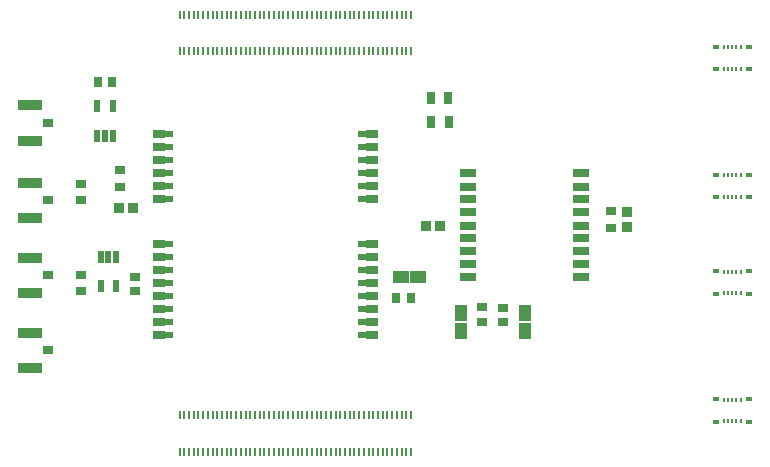
<source format=gtp>
%FSTAX23Y23*%
%MOIN*%
%SFA1B1*%

%IPPOS*%
%AMD25*
4,1,8,0.006900,0.020700,-0.006900,0.020700,-0.008900,0.018700,-0.008900,-0.018700,-0.006900,-0.020700,0.006900,-0.020700,0.008900,-0.018700,0.008900,0.018700,0.006900,0.020700,0.0*
1,1,0.003900,0.006900,0.018700*
1,1,0.003900,-0.006900,0.018700*
1,1,0.003900,-0.006900,-0.018700*
1,1,0.003900,0.006900,-0.018700*
%
%ADD18R,0.025590X0.023620*%
%ADD19R,0.043310X0.031500*%
%ADD20R,0.033470X0.031500*%
%ADD21R,0.078740X0.035430*%
%ADD22R,0.055120X0.027560*%
%ADD23R,0.055120X0.031500*%
%ADD24R,0.055120X0.031500*%
G04~CAMADD=25~8~0.0~0.0~177.2~413.4~19.5~0.0~15~0.0~0.0~0.0~0.0~0~0.0~0.0~0.0~0.0~0~0.0~0.0~0.0~0.0~177.2~413.4*
%ADD25D25*%
%ADD26R,0.035430X0.027560*%
%ADD27R,0.035430X0.029530*%
%ADD28R,0.029530X0.035430*%
%ADD29R,0.031500X0.039370*%
%ADD30R,0.035430X0.025590*%
%ADD31R,0.035430X0.033470*%
%ADD32R,0.007870X0.027560*%
%ADD33R,0.035670X0.033790*%
%ADD34R,0.039850X0.052410*%
%ADD35R,0.020470X0.011810*%
%ADD36R,0.007090X0.014960*%
%ADD37R,0.052410X0.039850*%
%LNtime4cm4_modular-1*%
%LPD*%
G54D18*
X00563Y00452D03*
Y00539D03*
Y00582D03*
Y00625D03*
Y00669D03*
Y00712D03*
Y00755D03*
Y00496D03*
Y00905D03*
Y00948D03*
Y00992D03*
Y01035D03*
Y01122D03*
Y01078D03*
X01207Y00496D03*
Y01078D03*
Y01122D03*
Y01035D03*
Y00992D03*
Y00948D03*
Y00905D03*
Y00755D03*
Y00712D03*
Y00669D03*
Y00625D03*
Y00582D03*
Y00539D03*
Y00452D03*
G54D19*
X00529Y00452D03*
Y00496D03*
Y00539D03*
Y00582D03*
Y00625D03*
Y00669D03*
Y00712D03*
Y00755D03*
Y00905D03*
Y00948D03*
Y01035D03*
Y01078D03*
Y01122D03*
Y00992D03*
X01241D03*
Y01122D03*
Y01078D03*
Y01035D03*
Y00948D03*
Y00905D03*
Y00755D03*
Y00712D03*
Y00669D03*
Y00625D03*
Y00582D03*
Y00539D03*
Y00496D03*
Y00452D03*
G54D20*
X0016Y009D03*
X0016Y004D03*
X0016Y01158D03*
X0016Y0065D03*
G54D21*
X001Y0084D03*
Y00959D03*
Y0034D03*
Y00459D03*
Y01099D03*
Y01217D03*
Y0059D03*
Y00709D03*
G54D22*
X01935Y0099D03*
Y00643D03*
X01561D03*
Y0099D03*
G54D23*
X01935Y00946D03*
Y00903D03*
Y0073D03*
Y00687D03*
X01561D03*
Y0073D03*
Y00903D03*
Y00946D03*
G54D24*
X01935Y0086D03*
X01935Y00816D03*
X01935Y00773D03*
X01561Y00773D03*
X01561Y00816D03*
X01561Y0086D03*
G54D25*
X00386Y00711D03*
X0036D03*
X00335D03*
Y00615D03*
X00386D03*
X00324Y01116D03*
X0035D03*
X00375D03*
Y01213D03*
X00324D03*
G54D26*
X0027Y00652D03*
Y00597D03*
Y009D03*
Y00955D03*
G54D27*
X0045Y00645D03*
Y00597D03*
X01675Y00495D03*
Y00542D03*
X01605Y00496D03*
Y00543D03*
G54D28*
X00373Y01295D03*
X00326D03*
X01368Y00575D03*
X01321D03*
G54D29*
X01495Y0116D03*
X01435D03*
X01435Y0124D03*
X01494D03*
G54D30*
X02035Y00865D03*
Y00807D03*
X004Y00945D03*
Y01002D03*
G54D31*
X0209Y0081D03*
Y00861D03*
G54D32*
X0137Y01518D03*
Y01397D03*
X01354Y01518D03*
Y01397D03*
X01338Y01518D03*
Y01397D03*
X01322Y01518D03*
Y01397D03*
X01307Y01518D03*
Y01397D03*
X01291Y01518D03*
Y01397D03*
X01275Y01518D03*
Y01397D03*
X01259Y01518D03*
Y01397D03*
X01244Y01518D03*
Y01397D03*
X01228Y01518D03*
Y01397D03*
X01212Y01518D03*
Y01397D03*
X01196Y01518D03*
Y01397D03*
X01181Y01518D03*
Y01397D03*
X01165Y01518D03*
Y01397D03*
X01149Y01518D03*
Y01397D03*
X01133Y01518D03*
Y01397D03*
X01118Y01518D03*
Y01397D03*
X01102Y01518D03*
Y01397D03*
X01086Y01518D03*
Y01397D03*
X0107Y01518D03*
Y01397D03*
X01055Y01518D03*
Y01397D03*
X01039Y01518D03*
Y01397D03*
X01023Y01518D03*
Y01397D03*
X01007Y01518D03*
Y01397D03*
X00992Y01518D03*
Y01397D03*
X00976Y01518D03*
Y01397D03*
X0096Y01518D03*
Y01397D03*
X00944Y01518D03*
Y01397D03*
X00929Y01518D03*
Y01397D03*
X00913Y01518D03*
Y01397D03*
X00897Y01518D03*
Y01397D03*
X00881Y01518D03*
Y01397D03*
X00866Y01518D03*
Y01397D03*
X0085Y01518D03*
Y01397D03*
X00834Y01518D03*
Y01397D03*
X00818Y01518D03*
Y01397D03*
X00803Y01518D03*
Y01397D03*
X00787Y01518D03*
Y01397D03*
X00771Y01518D03*
Y01397D03*
X00755Y01518D03*
Y01397D03*
X0074Y01518D03*
Y01397D03*
X00724Y01518D03*
Y01397D03*
X00708Y01518D03*
Y01397D03*
X00692Y01518D03*
Y01397D03*
X00677Y01518D03*
Y01397D03*
X00661Y01518D03*
Y01397D03*
X00645Y01518D03*
Y01397D03*
X00629Y01518D03*
Y01397D03*
X00614Y01518D03*
Y01397D03*
X00598Y01518D03*
Y01397D03*
X0137Y00183D03*
Y00062D03*
X01354Y00183D03*
Y00062D03*
X01338Y00183D03*
Y00062D03*
X01322Y00183D03*
Y00062D03*
X01307Y00183D03*
Y00062D03*
X01291Y00183D03*
Y00062D03*
X01275Y00183D03*
Y00062D03*
X01259Y00183D03*
Y00062D03*
X01244Y00183D03*
Y00062D03*
X01228Y00183D03*
Y00062D03*
X01212Y00183D03*
Y00062D03*
X01196Y00183D03*
Y00062D03*
X01181Y00183D03*
Y00062D03*
X01165Y00183D03*
Y00062D03*
X01149Y00183D03*
Y00062D03*
X01133Y00183D03*
Y00062D03*
X01118Y00183D03*
Y00062D03*
X01102Y00183D03*
Y00062D03*
X01086Y00183D03*
Y00062D03*
X0107Y00183D03*
Y00062D03*
X01055Y00183D03*
Y00062D03*
X01039Y00183D03*
Y00062D03*
X01023Y00183D03*
Y00062D03*
X01007Y00183D03*
Y00062D03*
X00992Y00183D03*
Y00062D03*
X00976Y00183D03*
Y00062D03*
X0096Y00183D03*
Y00062D03*
X00944Y00183D03*
Y00062D03*
X00929Y00183D03*
Y00062D03*
X00913Y00183D03*
Y00062D03*
X00897Y00183D03*
Y00062D03*
X00881Y00183D03*
Y00062D03*
X00866Y00183D03*
Y00062D03*
X0085Y00183D03*
Y00062D03*
X00834Y00183D03*
Y00062D03*
X00818Y00183D03*
Y00062D03*
X00803Y00183D03*
Y00062D03*
X00787Y00183D03*
Y00062D03*
X00771Y00183D03*
Y00062D03*
X00755Y00183D03*
Y00062D03*
X0074Y00183D03*
Y00062D03*
X00724Y00183D03*
Y00062D03*
X00708Y00183D03*
Y00062D03*
X00692Y00183D03*
Y00062D03*
X00677Y00183D03*
Y00062D03*
X00661Y00183D03*
Y00062D03*
X00645Y00183D03*
Y00062D03*
X00629Y00183D03*
Y00062D03*
X00614Y00183D03*
Y00062D03*
X00598Y00183D03*
Y00062D03*
G54D33*
X01465Y00815D03*
X01419D03*
X00442Y00875D03*
X00397D03*
G54D34*
X0175Y00466D03*
Y00525D03*
X01535Y00466D03*
Y00525D03*
G54D35*
X02496Y00162D03*
X02385D03*
Y00237D03*
X02496D03*
X02385Y00663D03*
X02496D03*
Y00588D03*
X02385D03*
X02496Y00911D03*
X02385D03*
Y00985D03*
X02496D03*
X02385Y01411D03*
X02496D03*
Y01337D03*
X02385D03*
G54D36*
X02413Y00164D03*
Y00236D03*
X02427Y00164D03*
Y00236D03*
X0244Y00164D03*
Y00236D03*
X02454Y00164D03*
Y00236D03*
X02468Y00164D03*
Y00236D03*
Y00662D03*
Y0059D03*
X02454Y00662D03*
Y0059D03*
X0244Y00662D03*
Y0059D03*
X02427Y00662D03*
Y0059D03*
X02413Y00662D03*
Y0059D03*
Y00912D03*
Y00984D03*
X02427Y00912D03*
Y00984D03*
X0244Y00912D03*
Y00984D03*
X02454Y00912D03*
Y00984D03*
X02468Y00912D03*
Y00984D03*
Y0141D03*
Y01338D03*
X02454Y0141D03*
Y01338D03*
X0244Y0141D03*
Y01338D03*
X02427Y0141D03*
Y01338D03*
X02413Y0141D03*
Y01338D03*
G54D37*
X01394Y00645D03*
X01335D03*
M02*
</source>
